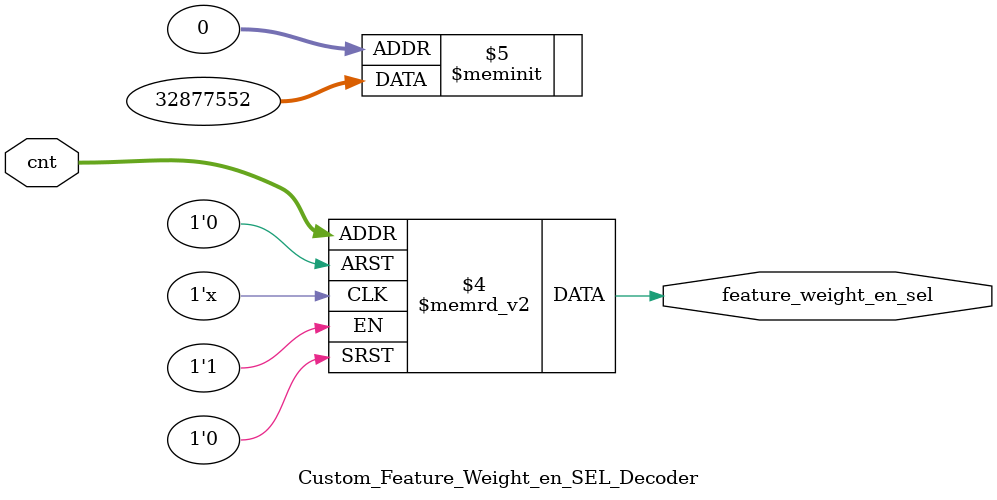
<source format=v>
module Custom_Feature_Weight_en_SEL_Decoder(
    input [4:0] cnt,                
    output reg feature_weight_en_sel
);
    always @(*) begin
        case(cnt)
            5'b0_0000 : feature_weight_en_sel = 1'b0;
            5'b0_0001 : feature_weight_en_sel = 1'b0;
            5'b0_0010 : feature_weight_en_sel = 1'b0;
            5'b0_0011 : feature_weight_en_sel = 1'b0;
            5'b0_0100 : feature_weight_en_sel = 1'b1;
            5'b0_0101 : feature_weight_en_sel = 1'b1;
            5'b0_0110 : feature_weight_en_sel = 1'b1;
            5'b0_0111 : feature_weight_en_sel = 1'b1;
            5'b0_1000 : feature_weight_en_sel = 1'b1;
            5'b0_1001 : feature_weight_en_sel = 1'b1;
            5'b0_1010 : feature_weight_en_sel = 1'b0;
            5'b0_1011 : feature_weight_en_sel = 1'b1;
            5'b0_1100 : feature_weight_en_sel = 1'b0;
            5'b0_1101 : feature_weight_en_sel = 1'b1;
            5'b0_1110 : feature_weight_en_sel = 1'b0;
            5'b0_1111 : feature_weight_en_sel = 1'b1;
            5'b1_0000 : feature_weight_en_sel = 1'b1;
            5'b1_0001 : feature_weight_en_sel = 1'b0;
            5'b1_0010 : feature_weight_en_sel = 1'b1;
            5'b1_0011 : feature_weight_en_sel = 1'b0;
            5'b1_0100 : feature_weight_en_sel = 1'b1;
            5'b1_0101 : feature_weight_en_sel = 1'b1;
            5'b1_0110 : feature_weight_en_sel = 1'b1;
            5'b1_0111 : feature_weight_en_sel = 1'b1;
            5'b1_1000 : feature_weight_en_sel = 1'b1;
            default   : feature_weight_en_sel = 1'b0;
        endcase
    end
endmodule
</source>
